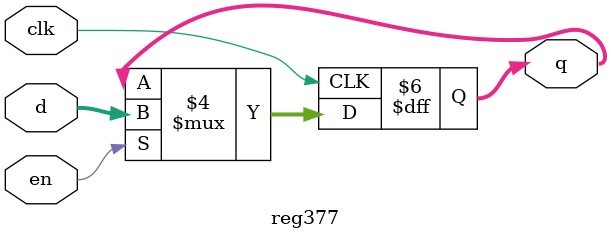
<source format=v>
`timescale 1ns / 1ps


module reg377(
    input clk,
    input en,
    input [3:0] d,
    output reg [3:0] q
    );
    always @(posedge clk)
    begin
        if(en==0)
            q<=q;
        else
            q<=d;
    end
endmodule

</source>
